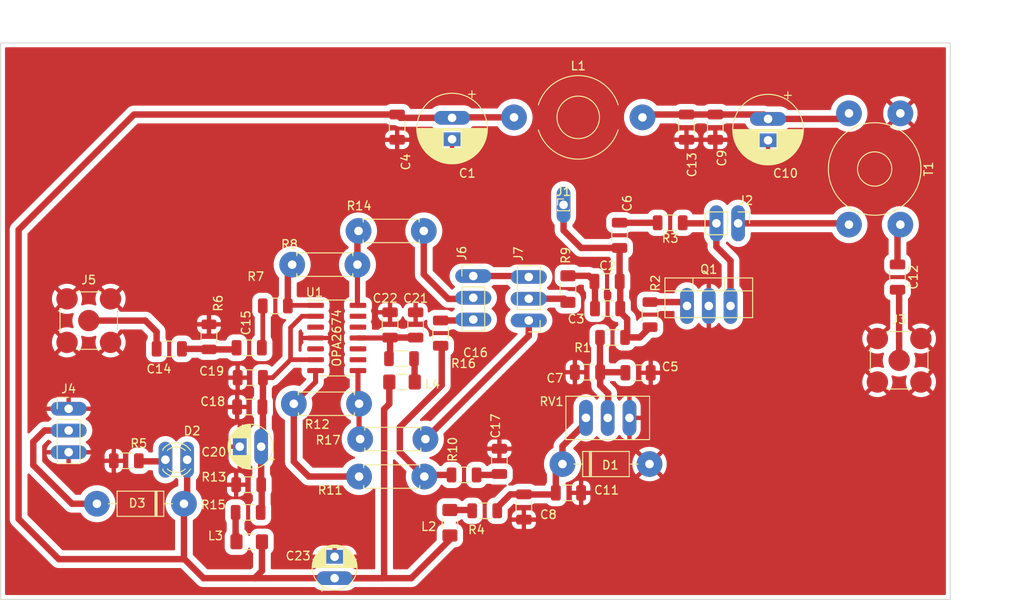
<source format=kicad_pcb>
(kicad_pcb (version 20211014) (generator pcbnew)
  (layers (0 "F.Cu" signal) (31 "B.Cu" signal) (34 "B.Paste" user) (35 "F.Paste" user) (36 "B.SilkS" user "B.Silkscreen") (37 "F.SilkS" user "F.Silkscreen") (38 "B.Mask" user) (39 "F.Mask" user) (44 "Edge.Cuts" user))
  (net 0 "")
  (net 1 "TX12V")
  (net 2 "GND")
  (net 3 "Net-(C2-Pad1)")
  (net 4 "PA_IN")
  (net 5 "Net-(C5-Pad1)")
  (net 6 "Net-(C6-Pad1)")
  (net 7 "Net-(C11-Pad1)")
  (net 8 "M2_12V")
  (net 9 "Net-(C12-Pad1)")
  (net 10 "Net-(C12-Pad2)")
  (net 11 "Net-(C14-Pad1)")
  (net 12 "Net-(C14-Pad2)")
  (net 13 "Net-(C15-Pad2)")
  (net 14 "Net-(C16-Pad2)")
  (net 15 "Net-(C17-Pad1)")
  (net 16 "U1_6V")
  (net 17 "U1_12V")
  (net 18 "Net-(D2-Pad1)")
  (net 19 "Net-(D3-Pad2)")
  (net 20 "Net-(J2-Pad1)")
  (net 21 "Net-(J2-Pad2)")
  (net 22 "Net-(J6-Pad1)")
  (net 23 "Net-(J6-Pad2)")
  (net 24 "Net-(J7-Pad2)")
  (net 25 "Net-(L2-Pad1)")
  (net 26 "Net-(L3-Pad1)")
  (net 27 "Net-(L4-Pad1)")
  (net 28 "Net-(Q1-Pad1)")
  (net 29 "Net-(R7-Pad2)")
  (net 30 "Net-(J7-Pad1)")
  (net 31 "Net-(R11-Pad2)")
  (net 32 "Net-(R12-Pad2)")
  (net 39 "Net-(C16-Pad1)")
  (net 40 "Net-(R8-Pad2)")
  (footprint "Capacitor_THT:CP_Radial_D5.0mm_P2.50mm" (layer "F.Cu") (at 112.8395 145.667613 90)
    (fp_text reference "C23" (at 2.602113 -4.2545) (layer "F.SilkS"))
    (fp_text value "100u")
    (pad "1" thru_hole oval (at 0 0 90) (size 1.6 4.2) (drill 1) (layers *.Cu *.Mask) (net 1 "TX12V"))
    (pad "2" thru_hole oval (at 2.5 0 90) (size 1.6 4.2) (drill 1) (layers *.Cu *.Mask) (net 2 "GND"))
  )
  (footprint "Inductor_THT:L_Toroid_Horizontal_D9.5mm_P15.00mm_Diameter10-5mm_Amidon-T37" (layer "F.Cu") (at 133.7875 91.821)
    (fp_text reference "L1" (at 7.5 -6.0125) (layer "F.SilkS"))
    (fp_text value "FT-37-43 (8T/60uH)")
    (pad "1" thru_hole circle (at 0 0) (size 3 3) (drill 1) (layers *.Cu *.Mask) (net 1 "TX12V"))
    (pad "2" thru_hole circle (at 15 0) (size 3 3) (drill 1) (layers *.Cu *.Mask) (net 8 "M2_12V"))
  )
  (footprint "Capacitor_SMD:C_1206_3216Metric" (layer "F.Cu") (at 93.5355 118.872)
    (fp_text reference "C14" (at -1.2065 2.3495) (layer "F.SilkS"))
    (fp_text value "100n")
    (pad "1" smd roundrect (at -1.475 0) (size 1.15 1.8) (layers "F.Cu" "F.Paste" "F.Mask") (roundrect_rratio 0.2173913043) (net 11 "Net-(C14-Pad1)"))
    (pad "2" smd roundrect (at 1.475 0) (size 1.15 1.8) (layers "F.Cu" "F.Paste" "F.Mask") (roundrect_rratio 0.2173913043) (net 12 "Net-(C14-Pad2)"))
  )
  (footprint "Capacitor_SMD:C_1206_3216Metric" (layer "F.Cu") (at 142.367 121.6025 180)
    (fp_text reference "C7" (at 3.81 -0.6985) (layer "F.SilkS"))
    (fp_text value "10n")
    (pad "1" smd roundrect (at -1.475 0 180) (size 1.15 1.8) (layers "F.Cu" "F.Paste" "F.Mask") (roundrect_rratio 0.2173913043) (net 5 "Net-(C5-Pad1)"))
    (pad "2" smd roundrect (at 1.475 0 180) (size 1.15 1.8) (layers "F.Cu" "F.Paste" "F.Mask") (roundrect_rratio 0.2173913043) (net 2 "GND"))
  )
  (footprint "Capacitor_SMD:C_1206_3216Metric" (layer "F.Cu") (at 122.301 116.078 90)
    (fp_text reference "C21" (at 3.1115 0 180) (layer "F.SilkS"))
    (fp_text value "10n")
    (pad "1" smd roundrect (at -1.475 0 90) (size 1.15 1.8) (layers "F.Cu" "F.Paste" "F.Mask") (roundrect_rratio 0.2173913043) (net 17 "U1_12V"))
    (pad "2" smd roundrect (at 1.475 0 90) (size 1.15 1.8) (layers "F.Cu" "F.Paste" "F.Mask") (roundrect_rratio 0.2173913043) (net 2 "GND"))
  )
  (footprint "Resistor_SMD:R_1206_3216Metric" (layer "F.Cu") (at 127.9525 133.604 180)
    (fp_text reference "R10" (at 1.3335 2.9845 270) (layer "F.SilkS"))
    (fp_text value "5.6R")
    (pad "1" smd roundrect (at -1.4625 0 180) (size 1.125 1.75) (layers "F.Cu" "F.Paste" "F.Mask") (roundrect_rratio 0.2222222222) (net 15 "Net-(C17-Pad1)"))
    (pad "2" smd roundrect (at 1.4625 0 180) (size 1.125 1.75) (layers "F.Cu" "F.Paste" "F.Mask") (roundrect_rratio 0.2222222222) (net 14 "Net-(C16-Pad2)"))
  )
  (footprint "Transformer_THT:Transformer_Toroid_Horizontal_D10.5mm_Amidon-T37" (layer "F.Cu") (at 172.895 91.3535 -90)
    (fp_text reference "T1" (at 6.5 -9.3 90) (layer "F.SilkS"))
    (fp_text value "FT37-47 1:4")
    (pad "1" thru_hole circle (at 0 0 270) (size 3 3) (drill 1) (layers *.Cu *.Mask) (net 8 "M2_12V"))
    (pad "2" thru_hole circle (at 13 0 270) (size 3 3) (drill 1) (layers *.Cu *.Mask) (net 20 "Net-(J2-Pad1)"))
    (pad "3" thru_hole circle (at 0 -6 270) (size 3 3) (drill 1) (layers *.Cu *.Mask) (net 2 "GND"))
    (pad "4" thru_hole circle (at 13 -6 270) (size 3 3) (drill 1) (layers *.Cu *.Mask) (net 9 "Net-(C12-Pad1)"))
  )
  (footprint "Connector_Coaxial:SMA_Amphenol_901-144_Vertical" (layer "F.Cu") (at 84.1375 115.57)
    (fp_text reference "J5" (at 0 -4.75) (layer "F.SilkS"))
    (fp_text value "RF_IN")
    (pad "1" smd circle (at 0 0) (size 2.5 2.5) (layers "F.Cu" "F.Paste" "F.Mask") (net 11 "Net-(C14-Pad1)"))
    (pad "2" smd circle (at -2.54 2.54) (size 2.5 2.5) (layers "F.Cu" "F.Paste" "F.Mask") (net 2 "GND"))
    (pad "2" smd circle (at 2.54 -2.54) (size 2.5 2.5) (layers "F.Cu" "F.Paste" "F.Mask") (net 2 "GND"))
    (pad "2" smd circle (at 2.54 2.54) (size 2.5 2.5) (layers "F.Cu" "F.Paste" "F.Mask") (net 2 "GND"))
    (pad "2" smd circle (at -2.54 -2.54) (size 2.5 2.5) (layers "F.Cu" "F.Paste" "F.Mask") (net 2 "GND"))
  )
  (footprint "Potentiometer_THT:Potentiometer_Bourns_3296W_Vertical" (layer "F.Cu") (at 147.2665 126.9365)
    (fp_text reference "RV1" (at -9.0905 -1.905) (layer "F.SilkS"))
    (fp_text value "10K")
    (pad "1" thru_hole oval (at 0 0) (size 1.6 4.2) (drill 1) (layers *.Cu *.Mask) (net 2 "GND"))
    (pad "2" thru_hole oval (at -2.54 0) (size 1.6 4.2) (drill 1) (layers *.Cu *.Mask) (net 5 "Net-(C5-Pad1)"))
    (pad "3" thru_hole oval (at -5.08 0) (size 1.6 4.2) (drill 1) (layers *.Cu *.Mask) (net 7 "Net-(C11-Pad1)"))
  )
  (footprint "Resistor_SMD:R_1206_3216Metric" (layer "F.Cu") (at 98.171 117.475 -90)
    (fp_text reference "R6" (at -3.937 -1.0795 90) (layer "F.SilkS"))
    (fp_text value "50")
    (pad "1" smd roundrect (at -1.4625 0 270) (size 1.125 1.75) (layers "F.Cu" "F.Paste" "F.Mask") (roundrect_rratio 0.2222222222) (net 2 "GND"))
    (pad "2" smd roundrect (at 1.4625 0 270) (size 1.125 1.75) (layers "F.Cu" "F.Paste" "F.Mask") (roundrect_rratio 0.2222222222) (net 12 "Net-(C14-Pad2)"))
  )
  (footprint "Resistor_SMD:R_1206_3216Metric" (layer "F.Cu") (at 102.8065 134.747 180)
    (fp_text reference "R13" (at 4.064 0.889) (layer "F.SilkS"))
    (fp_text value "1K")
    (pad "1" smd roundrect (at -1.4625 0 180) (size 1.125 1.75) (layers "F.Cu" "F.Paste" "F.Mask") (roundrect_rratio 0.2222222222) (net 16 "U1_6V"))
    (pad "2" smd roundrect (at 1.4625 0 180) (size 1.125 1.75) (layers "F.Cu" "F.Paste" "F.Mask") (roundrect_rratio 0.2222222222) (net 2 "GND"))
  )
  (footprint "Capacitor_SMD:C_1206_3216Metric" (layer "F.Cu") (at 119.3165 116.078 90)
    (fp_text reference "C22" (at 3.1115 -0.5715 180) (layer "F.SilkS"))
    (fp_text value "100n")
    (pad "1" smd roundrect (at -1.475 0 90) (size 1.15 1.8) (layers "F.Cu" "F.Paste" "F.Mask") (roundrect_rratio 0.2173913043) (net 17 "U1_12V"))
    (pad "2" smd roundrect (at 1.475 0 90) (size 1.15 1.8) (layers "F.Cu" "F.Paste" "F.Mask") (roundrect_rratio 0.2173913043) (net 2 "GND"))
  )
  (footprint "Capacitor_SMD:C_1206_3216Metric" (layer "F.Cu") (at 132.08 132.0165 90)
    (fp_text reference "C17" (at 4.1275 -0.4445 270) (layer "F.SilkS"))
    (fp_text value "100n")
    (pad "1" smd roundrect (at -1.475 0 90) (size 1.15 1.8) (layers "F.Cu" "F.Paste" "F.Mask") (roundrect_rratio 0.2173913043) (net 15 "Net-(C17-Pad1)"))
    (pad "2" smd roundrect (at 1.475 0 90) (size 1.15 1.8) (layers "F.Cu" "F.Paste" "F.Mask") (roundrect_rratio 0.2173913043) (net 2 "GND"))
  )
  (footprint "Capacitor_SMD:C_1206_3216Metric" (layer "F.Cu") (at 102.87 118.745)
    (fp_text reference "C15" (at -0.381 -2.921 90) (layer "F.SilkS"))
    (fp_text value "100n")
    (pad "1" smd roundrect (at -1.475 0) (size 1.15 1.8) (layers "F.Cu" "F.Paste" "F.Mask") (roundrect_rratio 0.2173913043) (net 12 "Net-(C14-Pad2)"))
    (pad "2" smd roundrect (at 1.475 0) (size 1.15 1.8) (layers "F.Cu" "F.Paste" "F.Mask") (roundrect_rratio 0.2173913043) (net 13 "Net-(C15-Pad2)"))
  )
  (footprint "Resistor_SMD:R_1206_3216Metric" (layer "F.Cu") (at 105.918 113.8555)
    (fp_text reference "R7" (at -2.286 -3.429) (layer "F.SilkS"))
    (fp_text value "100R")
    (pad "1" smd roundrect (at -1.4625 0) (size 1.125 1.75) (layers "F.Cu" "F.Paste" "F.Mask") (roundrect_rratio 0.2222222222) (net 13 "Net-(C15-Pad2)"))
    (pad "2" smd roundrect (at 1.4625 0) (size 1.125 1.75) (layers "F.Cu" "F.Paste" "F.Mask") (roundrect_rratio 0.2222222222) (net 29 "Net-(R7-Pad2)"))
  )
  (footprint "Capacitor_SMD:C_1206_3216Metric" (layer "F.Cu") (at 140.1445 135.6995)
    (fp_text reference "C11" (at 4.445 -0.3175) (layer "F.SilkS"))
    (fp_text value "10n")
    (pad "1" smd roundrect (at -1.475 0) (size 1.15 1.8) (layers "F.Cu" "F.Paste" "F.Mask") (roundrect_rratio 0.2173913043) (net 7 "Net-(C11-Pad1)"))
    (pad "2" smd roundrect (at 1.475 0) (size 1.15 1.8) (layers "F.Cu" "F.Paste" "F.Mask") (roundrect_rratio 0.2173913043) (net 2 "GND"))
  )
  (footprint "Connector_PinHeader_2.54mm:PinHeader_1x02_P2.54mm_Vertical" (layer "F.Cu") (at 159.9565 104.2035 -90)
    (fp_text reference "J2" (at -2.667 -0.889 180) (layer "F.SilkS"))
    (fp_text value "JMP")
    (pad "1" thru_hole oval (at 0 0 270) (size 4.2 1.6) (drill 1) (layers *.Cu *.Mask) (net 20 "Net-(J2-Pad1)"))
    (pad "2" thru_hole oval (at 0 2.54 270) (size 4.2 1.6) (drill 1) (layers *.Cu *.Mask) (net 21 "Net-(J2-Pad2)"))
  )
  (footprint "Resistor_SMD:R_1206_3216Metric" (layer "F.Cu") (at 130.3655 137.795)
    (fp_text reference "R4" (at -0.9525 2.2225) (layer "F.SilkS"))
    (fp_text value "1K")
    (pad "1" smd roundrect (at -1.4625 0) (size 1.125 1.75) (layers "F.Cu" "F.Paste" "F.Mask") (roundrect_rratio 0.2222222222) (net 25 "Net-(L2-Pad1)"))
    (pad "2" smd roundrect (at 1.4625 0) (size 1.125 1.75) (layers "F.Cu" "F.Paste" "F.Mask") (roundrect_rratio 0.2222222222) (net 7 "Net-(C11-Pad1)"))
  )
  (footprint "Resistor_THT:R_Axial_DIN0207_L6.3mm_D2.5mm_P7.62mm_Horizontal" (layer "F.Cu") (at 123.317 133.7945 180)
    (fp_text reference "R11" (at 10.9855 -1.5875 180) (layer "F.SilkS"))
    (fp_text value "100R")
    (pad "1" thru_hole circle (at 0 0 180) (size 3 3) (drill 1) (layers *.Cu *.Mask) (net 14 "Net-(C16-Pad2)"))
    (pad "2" thru_hole circle (at 7.62 0 180) (size 3 3) (drill 1) (layers *.Cu *.Mask) (net 31 "Net-(R11-Pad2)"))
  )
  (footprint "Resistor_SMD:R_1206_3216Metric" (layer "F.Cu") (at 152.021 104.14 180)
    (fp_text reference "R3" (at 0 -1.82) (layer "F.SilkS"))
    (fp_text value "220R")
    (pad "1" smd roundrect (at -1.4625 0 180) (size 1.125 1.75) (layers "F.Cu" "F.Paste" "F.Mask") (roundrect_rratio 0.2222222222) (net 21 "Net-(J2-Pad2)"))
    (pad "2" smd roundrect (at 1.4625 0 180) (size 1.125 1.75) (layers "F.Cu" "F.Paste" "F.Mask") (roundrect_rratio 0.2222222222) (net 6 "Net-(C6-Pad1)"))
  )
  (footprint "Inductor_SMD:L_1206_3216Metric_Pad1.42x1.75mm_HandSolder" (layer "F.Cu") (at 120.7135 122.7455 180)
    (fp_text reference "L4" (at -3.556 -0.254) (layer "F.SilkS"))
    (fp_text value "100u")
    (pad "1" smd roundrect (at -1.4875 0 180) (size 1.425 1.75) (layers "F.Cu" "F.Paste" "F.Mask") (roundrect_rratio 0.1754392982) (net 27 "Net-(L4-Pad1)"))
    (pad "2" smd roundrect (at 1.4875 0 180) (size 1.425 1.75) (layers "F.Cu" "F.Paste" "F.Mask") (roundrect_rratio 0.1754392982) (net 1 "TX12V"))
  )
  (footprint "Resistor_SMD:R_1206_3216Metric" (layer "F.Cu") (at 102.743 137.9855)
    (fp_text reference "R15" (at -4.064 -0.889) (layer "F.SilkS"))
    (fp_text value "1K")
    (pad "1" smd roundrect (at -1.4625 0) (size 1.125 1.75) (layers "F.Cu" "F.Paste" "F.Mask") (roundrect_rratio 0.2222222222) (net 26 "Net-(L3-Pad1)"))
    (pad "2" smd roundrect (at 1.4625 0) (size 1.125 1.75) (layers "F.Cu" "F.Paste" "F.Mask") (roundrect_rratio 0.2222222222) (net 16 "U1_6V"))
  )
  (footprint "LED_THT:LED_D3.0mm" (layer "F.Cu") (at 93.086 131.826)
    (fp_text reference "D2" (at 3.1115 -3.3655) (layer "F.SilkS"))
    (fp_text value "LED")
    (pad "1" thru_hole oval (at 0 0) (size 1.6 4.2) (drill 1) (layers *.Cu *.Mask) (net 18 "Net-(D2-Pad1)"))
    (pad "2" thru_hole oval (at 2.54 0) (size 1.6 4.2) (drill 1) (layers *.Cu *.Mask) (net 1 "TX12V"))
  )
  (footprint "Inductor_SMD:L_1206_3216Metric_Pad1.42x1.75mm_HandSolder" (layer "F.Cu") (at 102.87 141.4145)
    (fp_text reference "L3" (at -3.937 -0.6985) (layer "F.SilkS"))
    (fp_text value "100u")
    (pad "1" smd roundrect (at -1.4875 0) (size 1.425 1.75) (layers "F.Cu" "F.Paste" "F.Mask") (roundrect_rratio 0.1754392982) (net 26 "Net-(L3-Pad1)"))
    (pad "2" smd roundrect (at 1.4875 0) (size 1.425 1.75) (layers "F.Cu" "F.Paste" "F.Mask") (roundrect_rratio 0.1754392982) (net 1 "TX12V"))
  )
  (footprint "Capacitor_SMD:C_1206_3216Metric" (layer "F.Cu") (at 125.222 117.0305 -90)
    (fp_text reference "C16" (at 2.286 -4.064 180) (layer "F.SilkS"))
    (fp_text value "100n")
    (pad "1" smd roundrect (at -1.475 0 270) (size 1.15 1.8) (layers "F.Cu" "F.Paste" "F.Mask") (roundrect_rratio 0.2173913043) (net 39 "Net-(C16-Pad1)"))
    (pad "2" smd roundrect (at 1.475 0 270) (size 1.15 1.8) (layers "F.Cu" "F.Paste" "F.Mask") (roundrect_rratio 0.2173913043) (net 14 "Net-(C16-Pad2)"))
  )
  (footprint "Resistor_THT:R_Axial_DIN0207_L6.3mm_D2.5mm_P7.62mm_Horizontal" (layer "F.Cu") (at 108.077 125.2855)
    (fp_text reference "R12" (at 2.7305 2.413) (layer "F.SilkS"))
    (fp_text value "1K")
    (pad "1" thru_hole circle (at 0 0) (size 3 3) (drill 1) (layers *.Cu *.Mask) (net 31 "Net-(R11-Pad2)"))
    (pad "2" thru_hole circle (at 7.62 0) (size 3 3) (drill 1) (layers *.Cu *.Mask) (net 32 "Net-(R12-Pad2)"))
  )
  (footprint "Capacitor_THT:CP_Radial_D5.0mm_P2.50mm" (layer "F.Cu") (at 104.265613 130.302 180)
    (fp_text reference "C20" (at 5.5245 -0.635) (layer "F.SilkS"))
    (fp_text value "1u")
    (pad "1" thru_hole oval (at 0 0 180) (size 1.6 4.2) (drill 1) (layers *.Cu *.Mask) (net 16 "U1_6V"))
    (pad "2" thru_hole oval (at 2.5 0 180) (size 1.6 4.2) (drill 1) (layers *.Cu *.Mask) (net 2 "GND"))
  )
  (footprint "Diode_THT:D_DO-41_SOD81_P10.16mm_Horizontal" (layer "F.Cu") (at 95.25 136.9695 180)
    (fp_text reference "D3" (at 5.461 0.0635) (layer "F.SilkS"))
    (fp_text value "1N4001")
    (pad "1" thru_hole circle (at 0 0 180) (size 3 3) (drill 1) (layers *.Cu *.Mask) (net 1 "TX12V"))
    (pad "2" thru_hole circle (at 10.16 0 180) (size 3 3) (drill 1) (layers *.Cu *.Mask) (net 19 "Net-(D3-Pad2)"))
  )
  (footprint "Package_SO:SOIC-14_3.9x8.7mm_P1.27mm" (layer "F.Cu") (at 113.0935 117.602)
    (fp_text reference "U1" (at -2.6035 -5.334) (layer "F.SilkS"))
    (fp_text value "OPA2674" (at 0 0 90) (layer "F.SilkS"))
    (pad "1" smd roundrect (at -2.475 -3.81) (size 1.95 0.6) (layers "F.Cu" "F.Paste" "F.Mask") (net 29 "Net-(R7-Pad2)"))
    (pad "2" smd roundrect (at -2.475 -2.54) (size 1.95 0.6) (layers "F.Cu" "F.Paste" "F.Mask") (net 16 "U1_6V"))
    (pad "3" smd roundrect (at -2.475 -1.27) (size 1.95 0.6) (layers "F.Cu" "F.Paste" "F.Mask"))
    (pad "4" smd roundrect (at -2.475 0) (size 1.95 0.6) (layers "F.Cu" "F.Paste" "F.Mask") (net 2 "GND"))
    (pad "5" smd roundrect (at -2.475 1.27) (size 1.95 0.6) (layers "F.Cu" "F.Paste" "F.Mask"))
    (pad "6" smd roundrect (at -2.475 2.54) (size 1.95 0.6) (layers "F.Cu" "F.Paste" "F.Mask") (net 16 "U1_6V"))
    (pad "7" smd roundrect (at -2.475 3.81) (size 1.95 0.6) (layers "F.Cu" "F.Paste" "F.Mask") (net 31 "Net-(R11-Pad2)"))
    (pad "8" smd roundrect (at 2.475 3.81) (size 1.95 0.6) (layers "F.Cu" "F.Paste" "F.Mask") (net 32 "Net-(R12-Pad2)"))
    (pad "9" smd roundrect (at 2.475 2.54) (size 1.95 0.6) (layers "F.Cu" "F.Paste" "F.Mask"))
    (pad "10" smd roundrect (at 2.475 1.27) (size 1.95 0.6) (layers "F.Cu" "F.Paste" "F.Mask"))
    (pad "11" smd roundrect (at 2.475 0) (size 1.95 0.6) (layers "F.Cu" "F.Paste" "F.Mask") (net 17 "U1_12V"))
    (pad "12" smd roundrect (at 2.475 -1.27) (size 1.95 0.6) (layers "F.Cu" "F.Paste" "F.Mask"))
    (pad "13" smd roundrect (at 2.475 -2.54) (size 1.95 0.6) (layers "F.Cu" "F.Paste" "F.Mask"))
    (pad "14" smd roundrect (at 2.475 -3.81) (size 1.95 0.6) (layers "F.Cu" "F.Paste" "F.Mask") (net 40 "Net-(R8-Pad2)"))
  )
  (footprint "Connector_Coaxial:SMA_Amphenol_901-144_Vertical" (layer "F.Cu") (at 178.7525 120.2055)
    (fp_text reference "J3" (at 0 -4.75) (layer "F.SilkS"))
    (fp_text value "RF_OUT")
    (pad "1" smd circle (at 0 0) (size 2.5 2.5) (layers "F.Cu" "F.Paste" "F.Mask") (net 10 "Net-(C12-Pad2)"))
    (pad "2" smd circle (at -2.54 -2.54) (size 2.5 2.5) (layers "F.Cu" "F.Paste" "F.Mask") (net 2 "GND"))
    (pad "2" smd circle (at 2.54 2.54) (size 2.5 2.5) (layers "F.Cu" "F.Paste" "F.Mask") (net 2 "GND"))
    (pad "2" smd circle (at 2.54 -2.54) (size 2.5 2.5) (layers "F.Cu" "F.Paste" "F.Mask") (net 2 "GND"))
    (pad "2" smd circle (at -2.54 2.54) (size 2.5 2.5) (layers "F.Cu" "F.Paste" "F.Mask") (net 2 "GND"))
  )
  (footprint "Capacitor_SMD:C_1206_3216Metric" (layer "F.Cu") (at 146.1135 105.6005 -90)
    (fp_text reference "C6" (at -3.7465 -0.889 90) (layer "F.SilkS"))
    (fp_text value "100n")
    (pad "1" smd roundrect (at -1.475 0 270) (size 1.15 1.8) (layers "F.Cu" "F.Paste" "F.Mask") (roundrect_rratio 0.2173913043) (net 6 "Net-(C6-Pad1)"))
    (pad "2" smd roundrect (at 1.475 0 270) (size 1.15 1.8) (layers "F.Cu" "F.Paste" "F.Mask") (roundrect_rratio 0.2173913043) (net 3 "Net-(C2-Pad1)"))
  )
  (footprint "Resistor_THT:R_Axial_DIN0207_L6.3mm_D2.5mm_P7.62mm_Horizontal" (layer "F.Cu") (at 107.8865 109.0295)
    (fp_text reference "R8" (at -0.3175 -2.37) (layer "F.SilkS"))
    (fp_text value "1K")
    (pad "1" thru_hole circle (at 0 0) (size 3 3) (drill 1) (layers *.Cu *.Mask) (net 29 "Net-(R7-Pad2)"))
    (pad "2" thru_hole circle (at 7.62 0) (size 3 3) (drill 1) (layers *.Cu *.Mask) (net 40 "Net-(R8-Pad2)"))
  )
  (footprint "Custom_RF:TO-220-3" (layer "F.Cu") (at 153.9875 113.8555)
    (fp_text reference "Q1" (at 2.54 -4.27) (layer "F.SilkS"))
    (fp_text value "RD16HHF1")
    (pad "1" thru_hole oval (at 0 0) (size 1.6 4.2) (drill 1) (layers *.Cu *.Mask) (net 28 "Net-(Q1-Pad1)"))
    (pad "2" thru_hole oval (at 2.54 0) (size 1.6 4.2) (drill 1) (layers *.Cu *.Mask) (net 2 "GND"))
    (pad "3" thru_hole oval (at 5.08 0) (size 1.6 4.2) (drill 1) (layers *.Cu *.Mask) (net 21 "Net-(J2-Pad2)"))
  )
  (footprint "Capacitor_SMD:C_1206_3216Metric" (layer "F.Cu") (at 102.9335 125.6665 180)
    (fp_text reference "C18" (at 4.318 0.635) (layer "F.SilkS"))
    (fp_text value "10n")
    (pad "1" smd roundrect (at -1.475 0 180) (size 1.15 1.8) (layers "F.Cu" "F.Paste" "F.Mask") (roundrect_rratio 0.2173913043) (net 16 "U1_6V"))
    (pad "2" smd roundrect (at 1.475 0 180) (size 1.15 1.8) (layers "F.Cu" "F.Paste" "F.Mask") (roundrect_rratio 0.2173913043) (net 2 "GND"))
  )
  (footprint "Capacitor_SMD:C_1206_3216Metric" (layer "F.Cu") (at 102.997 122.2375 180)
    (fp_text reference "C19" (at 4.5085 0.762) (layer "F.SilkS"))
    (fp_text value "100n")
    (pad "1" smd roundrect (at -1.475 0 180) (size 1.15 1.8) (layers "F.Cu" "F.Paste" "F.Mask") (roundrect_rratio 0.2173913043) (net 16 "U1_6V"))
    (pad "2" smd roundrect (at 1.475 0 180) (size 1.15 1.8) (layers "F.Cu" "F.Paste" "F.Mask") (roundrect_rratio 0.2173913043) (net 2 "GND"))
  )
  (footprint "Diode_THT:D_DO-41_SOD81_P10.16mm_Horizontal" (layer "F.Cu") (at 139.446 132.334)
    (fp_text reference "D1" (at 5.588 0.127) (layer "F.SilkS"))
    (fp_text value "1N4733A")
    (pad "1" thru_hole circle (at 0 0) (size 3 3) (drill 1) (layers *.Cu *.Mask) (net 7 "Net-(C11-Pad1)"))
    (pad "2" thru_hole circle (at 10.16 0) (size 3 3) (drill 1) (layers *.Cu *.Mask) (net 2 "GND"))
  )
  (footprint "Connector_PinHeader_1.00mm:PinHeader_1x01_P1.00mm_Vertical" (layer "F.Cu") (at 139.573 102.0445)
    (fp_text reference "J1" (at 0 -1.56) (layer "F.SilkS"))
    (fp_text value "Conn_01x01")
    (pad "1" thru_hole oval (at 0 0) (size 1.6 4.2) (drill 1) (layers *.Cu *.Mask) (net 3 "Net-(C2-Pad1)"))
  )
  (footprint "Resistor_SMD:R_1206_3216Metric_Pad1.30x1.75mm_HandSolder" (layer "F.Cu") (at 140.081 111.887 90)
    (fp_text reference "R9" (at 3.937 -0.254 270) (layer "F.SilkS"))
    (fp_text value "5.6R")
    (pad "1" smd roundrect (at -1.55 0 90) (size 1.3 1.75) (layers "F.Cu" "F.Paste" "F.Mask") (roundrect_rratio 0.1923076923) (net 24 "Net-(J7-Pad2)"))
    (pad "2" smd roundrect (at 1.55 0 90) (size 1.3 1.75) (layers "F.Cu" "F.Paste" "F.Mask") (roundrect_rratio 0.1923076923) (net 4 "PA_IN"))
  )
  (footprint "Resistor_THT:R_Axial_DIN0207_L6.3mm_D2.5mm_P7.62mm_Horizontal" (layer "F.Cu") (at 115.824 129.413)
    (fp_text reference "R17" (at -3.7465 0.127) (layer "F.SilkS"))
    (fp_text value "0R")
    (pad "1" thru_hole circle (at 0 0) (size 3 3) (drill 1) (layers *.Cu *.Mask) (net 32 "Net-(R12-Pad2)"))
    (pad "2" thru_hole circle (at 7.62 0) (size 3 3) (drill 1) (layers *.Cu *.Mask) (net 30 "Net-(J7-Pad1)"))
  )
  (footprint "Capacitor_SMD:C_1206_3216Metric" (layer "F.Cu") (at 120.142 92.964 -90)
    (fp_text reference "C4" (at 4.064 -1.016 90) (layer "F.SilkS"))
    (fp_text value "100n")
    (pad "1" smd roundrect (at -1.475 0 270) (size 1.15 1.8) (layers "F.Cu" "F.Paste" "F.Mask") (roundrect_rratio 0.2173913043) (net 1 "TX12V"))
    (pad "2" smd roundrect (at 1.475 0 270) (size 1.15 1.8) (layers "F.Cu" "F.Paste" "F.Mask") (roundrect_rratio 0.2173913043) (net 2 "GND"))
  )
  (footprint "Capacitor_THT:CP_Radial_D8.0mm_P2.50mm" (layer "F.Cu") (at 126.5555 91.874849 -90)
    (fp_text reference "C1" (at 6.477 -1.778 180) (layer "F.SilkS"))
    (fp_text value "100u")
    (pad "1" thru_hole oval (at 0 0 270) (size 1.6 4.2) (drill 1) (layers *.Cu *.Mask) (net 1 "TX12V"))
    (pad "2" thru_hole oval (at 2.5 0 270) (size 1.6 4.2) (drill 1) (layers *.Cu *.Mask) (net 2 "GND"))
  )
  (footprint "Resistor_SMD:R_1206_3216Metric" (layer "F.Cu") (at 145.288 117.5385)
    (fp_text reference "R1" (at -3.4925 1.2065 180) (layer "F.SilkS"))
    (fp_text value "100R")
    (pad "1" smd roundrect (at -1.4625 0) (size 1.125 1.75) (layers "F.Cu" "F.Paste" "F.Mask") (roundrect_rratio 0.2222222222) (net 5 "Net-(C5-Pad1)"))
    (pad "2" smd roundrect (at 1.4625 0) (size 1.125 1.75) (layers "F.Cu" "F.Paste" "F.Mask") (roundrect_rratio 0.2222222222) (net 3 "Net-(C2-Pad1)"))
  )
  (footprint "Capacitor_SMD:C_1206_3216Metric" (layer "F.Cu") (at 157.2895 92.964 -90)
    (fp_text reference "C9" (at 3.6195 -0.762 90) (layer "F.SilkS"))
    (fp_text value "10n")
    (pad "1" smd roundrect (at -1.475 0 270) (size 1.15 1.8) (layers "F.Cu" "F.Paste" "F.Mask") (roundrect_rratio 0.2173913043) (net 8 "M2_12V"))
    (pad "2" smd roundrect (at 1.475 0 270) (size 1.15 1.8) (layers "F.Cu" "F.Paste" "F.Mask") (roundrect_rratio 0.2173913043) (net 2 "GND"))
  )
  (footprint "Inductor_SMD:L_1206_3216Metric_Pad1.42x1.75mm_HandSolder" (layer "F.Cu") (at 126.3015 139.192 -90)
    (fp_text reference "L2" (at 0.4445 2.4765 180) (layer "F.SilkS"))
    (fp_text value "100u")
    (pad "1" smd roundrect (at -1.4875 0 270) (size 1.425 1.75) (layers "F.Cu" "F.Paste" "F.Mask") (roundrect_rratio 0.1754392982) (net 25 "Net-(L2-Pad1)"))
    (pad "2" smd roundrect (at 1.4875 0 270) (size 1.425 1.75) (layers "F.Cu" "F.Paste" "F.Mask") (roundrect_rratio 0.1754392982) (net 1 "TX12V"))
  )
  (footprint "Capacitor_THT:CP_Radial_D8.0mm_P2.50mm" (layer "F.Cu") (at 163.449 92.001849 -90)
    (fp_text reference "C10" (at 6.359651 -2.032 180) (layer "F.SilkS"))
    (fp_text value "470u")
    (pad "1" thru_hole oval (at 0 0 270) (size 1.6 4.2) (drill 1) (layers *.Cu *.Mask) (net 8 "M2_12V"))
    (pad "2" thru_hole oval (at 2.5 0 270) (size 1.6 4.2) (drill 1) (layers *.Cu *.Mask) (net 2 "GND"))
  )
  (footprint "Resistor_SMD:R_1206_3216Metric" (layer "F.Cu") (at 88.519 131.953 180)
    (fp_text reference "R5" (at -1.4605 2.032) (layer "F.SilkS"))
    (fp_text value "200R")
    (pad "1" smd roundrect (at -1.4625 0 180) (size 1.125 1.75) (layers "F.Cu" "F.Paste" "F.Mask") (roundrect_rratio 0.2222222222) (net 18 "Net-(D2-Pad1)"))
    (pad "2" smd roundrect (at 1.4625 0 180) (size 1.125 1.75) (layers "F.Cu" "F.Paste" "F.Mask") (roundrect_rratio 0.2222222222) (net 2 "GND"))
  )
  (footprint "Resistor_SMD:R_1206_3216Metric" (layer "F.Cu") (at 149.6695 114.8715 -90)
    (fp_text reference "R2" (at -3.683 -0.635 90) (layer "F.SilkS"))
    (fp_text value "1R")
    (pad "1" smd roundrect (at -1.4625 0 270) (size 1.125 1.75) (layers "F.Cu" "F.Paste" "F.Mask") (roundrect_rratio 0.2222222222) (net 28 "Net-(Q1-Pad1)"))
    (pad "2" smd roundrect (at 1.4625 0 270) (size 1.125 1.75) (layers "F.Cu" "F.Paste" "F.Mask") (roundrect_rratio 0.2222222222) (net 3 "Net-(C2-Pad1)"))
  )
  (footprint "Capacitor_SMD:C_1206_3216Metric" (layer "F.Cu") (at 134.9375 137.3505 -90)
    (fp_text reference "C8" (at 0.889 -2.8575 180) (layer "F.SilkS"))
    (fp_text value "100n")
    (pad "1" smd roundrect (at -1.475 0 270) (size 1.15 1.8) (layers "F.Cu" "F.Paste" "F.Mask") (roundrect_rratio 0.2173913043) (net 7 "Net-(C11-Pad1)"))
    (pad "2" smd roundrect (at 1.475 0 270) (size 1.15 1.8) (layers "F.Cu" "F.Paste" "F.Mask") (roundrect_rratio 0.2173913043) (net 2 "GND"))
  )
  (footprint "Capacitor_SMD:C_1206_3216Metric" (layer "F.Cu") (at 178.562 110.49 -90)
    (fp_text reference "C12" (at 0 -1.85 90) (layer "F.SilkS"))
    (fp_text value "100n")
    (pad "1" smd roundrect (at -1.475 0 270) (size 1.15 1.8) (layers "F.Cu" "F.Paste" "F.Mask") (roundrect_rratio 0.2173913043) (net 9 "Net-(C12-Pad1)"))
    (pad "2" smd roundrect (at 1.475 0 270) (size 1.15 1.8) (layers "F.Cu" "F.Paste" "F.Mask") (roundrect_rratio 0.2173913043) (net 10 "Net-(C12-Pad2)"))
  )
  (footprint "Connector_PinHeader_2.54mm:PinHeader_1x03_P2.54mm_Vertical" (layer "F.Cu") (at 81.788 125.872)
    (fp_text reference "J4" (at 0 -2.33) (layer "F.SilkS"))
    (fp_text value "PWR")
    (pad "1" thru_hole oval (at 0 0) (size 4.2 1.6) (drill 1) (layers *.Cu *.Mask) (net 2 "GND"))
    (pad "2" thru_hole oval (at 0 2.54) (size 4.2 1.6) (drill 1) (layers *.Cu *.Mask) (net 19 "Net-(D3-Pad2)"))
    (pad "3" thru_hole oval (at 0 5.08) (size 4.2 1.6) (drill 1) (layers *.Cu *.Mask) (net 2 "GND"))
  )
  (footprint "Capacitor_SMD:C_1206_3216Metric" (layer "F.Cu") (at 144.653 110.998 180)
    (fp_text reference "C2" (at -0.0635 1.8415) (layer "F.SilkS"))
    (fp_text value "1u")
    (pad "1" smd roundrect (at -1.475 0 180) (size 1.15 1.8) (layers "F.Cu" "F.Paste" "F.Mask") (roundrect_rratio 0.2173913043) (net 3 "Net-(C2-Pad1)"))
    (pad "2" smd roundrect (at 1.475 0 180) (size 1.15 1.8) (layers "F.Cu" "F.Paste" "F.Mask") (roundrect_rratio 0.2173913043) (net 4 "PA_IN"))
  )
  (footprint "Connector_PinHeader_2.54mm:PinHeader_1x03_P2.54mm_Vertical" (layer "F.Cu") (at 129.032 110.363)
    (fp_text reference "J6" (at -1.3335 -2.667 90) (layer "F.SilkS"))
    (fp_text value "JMP")
    (pad "1" thru_hole oval (at 0 0) (size 4.2 1.6) (drill 1) (layers *.Cu *.Mask) (net 22 "Net-(J6-Pad1)"))
    (pad "2" thru_hole oval (at 0 2.54) (size 4.2 1.6) (drill 1) (layers *.Cu *.Mask) (net 23 "Net-(J6-Pad2)"))
    (pad "3" thru_hole oval (at 0 5.08) (size 4.2 1.6) (drill 1) (layers *.Cu *.Mask) (net 39 "Net-(C16-Pad1)"))
  )
  (footprint "Capacitor_SMD:C_1206_3216Metric" (layer "F.Cu") (at 144.7165 114.173 180)
    (fp_text reference "C3" (at 3.683 -1.2065) (layer "F.SilkS"))
    (fp_text value "100n")
    (pad "1" smd roundrect (at -1.475 0 180) (size 1.15 1.8) (layers "F.Cu" "F.Paste" "F.Mask") (roundrect_rratio 0.2173913043) (net 3 "Net-(C2-Pad1)"))
    (pad "2" smd roundrect (at 1.475 0 180) (size 1.15 1.8) (layers "F.Cu" "F.Paste" "F.Mask") (roundrect_rratio 0.2173913043) (net 4 "PA_IN"))
  )
  (footprint "Connector_PinHeader_2.54mm:PinHeader_1x03_P2.54mm_Vertical" (layer "F.Cu") (at 135.509 115.555 180)
    (fp_text reference "J7" (at 1.2065 7.7955 90) (layer "F.SilkS"))
    (fp_text value "JMP")
    (pad "1" thru_hole oval (at 0 0 180) (size 4.2 1.6) (drill 1) (layers *.Cu *.Mask) (net 30 "Net-(J7-Pad1)"))
    (pad "2" thru_hole oval (at 0 2.54 180) (size 4.2 1.6) (drill 1) (layers *.Cu *.Mask) (net 24 "Net-(J7-Pad2)"))
    (pad "3" thru_hole oval (at 0 5.08 180) (size 4.2 1.6) (drill 1) (layers *.Cu *.Mask) (net 22 "Net-(J6-Pad1)"))
  )
  (footprint "Resistor_THT:R_Axial_DIN0207_L6.3mm_D2.5mm_P7.62mm_Horizontal" (layer "F.Cu") (at 115.6335 105.0925)
    (fp_text reference "R14" (at 0.0635 -2.921) (layer "F.SilkS"))
    (fp_text value "0R")
    (pad "1" thru_hole circle (at 0 0) (size 3 3) (drill 1) (layers *.Cu *.Mask) (net 40 "Net-(R8-Pad2)"))
    (pad "2" thru_hole circle (at 7.62 0) (size 3 3) (drill 1) (layers *.Cu *.Mask) (net 23 "Net-(J6-Pad2)"))
  )
  (footprint "Capacitor_SMD:C_1206_3216Metric" (layer "F.Cu") (at 153.924 92.964 -90)
    (fp_text reference "C13" (at 4.396 -0.635 90) (layer "F.SilkS"))
    (fp_text value "100n")
    (pad "1" smd roundrect (at -1.475 0 270) (size 1.15 1.8) (layers "F.Cu" "F.Paste" "F.Mask") (roundrect_rratio 0.2173913043) (net 8 "M2_12V"))
    (pad "2" smd roundrect (at 1.475 0 270) (size 1.15 1.8) (layers "F.Cu" "F.Paste" "F.Mask") (roundrect_rratio 0.2173913043) (net 2 "GND"))
  )
  (footprint "Resistor_SMD:R_1206_3216Metric" (layer "F.Cu") (at 120.65 120.015 180)
    (fp_text reference "R16" (at -7.239 -0.5715 180) (layer "F.SilkS"))
    (fp_text value "5.6R")
    (pad "1" smd roundrect (at -1.4625 0 180) (size 1.125 1.75) (layers "F.Cu" "F.Paste" "F.Mask") (roundrect_rratio 0.2222222222) (net 27 "Net-(L4-Pad1)"))
    (pad "2" smd roundrect (at 1.4625 0 180) (size 1.125 1.75) (layers "F.Cu" "F.Paste" "F.Mask") (roundrect_rratio 0.2222222222) (net 17 "U1_12V"))
  )
  (footprint "Capacitor_SMD:C_1206_3216Metric" (layer "F.Cu") (at 148.2725 121.666)
    (fp_text reference "C5" (at 3.7465 -0.6985) (layer "F.SilkS"))
    (fp_text value "100n")
    (pad "1" smd roundrect (at -1.475 0) (size 1.15 1.8) (layers "F.Cu" "F.Paste" "F.Mask") (roundrect_rratio 0.2173913043) (net 5 "Net-(C5-Pad1)"))
    (pad "2" smd roundrect (at 1.475 0) (size 1.15 1.8) (layers "F.Cu" "F.Paste" "F.Mask") (roundrect_rratio 0.2173913043) (net 2 "GND"))
  )
  (gr_rect (start 73.8505 83.1215) (end 184.7215 148.1455) (layer "Edge.Cuts") (width 0.1) (fill none))
  (segment (start 117.981613 145.667613) (end 117.983 145.669) (width 0.75) (layer "F.Cu") (net 1))
  (segment (start 119.226 125.3125) (end 118.618 125.9205) (width 0.75) (layer "F.Cu") (net 1))
  (segment (start 89.4225 91.489) (end 75.946 104.9655) (width 0.75) (layer "F.Cu") (net 1))
  (segment (start 75.946 138.7475) (end 80.645 143.4465) (width 0.75) (layer "F.Cu") (net 1))
  (segment (start 118.618 145.415) (end 118.364 145.669) (width 0.75) (layer "F.Cu") (net 1))
  (segment (start 118.618 125.9205) (end 118.618 145.415) (width 0.75) (layer "F.Cu") (net 1))
  (segment (start 126.5555 91.874849) (end 120.527849 91.874849) (width 0.75) (layer "F.Cu") (net 1))
  (segment (start 95.25 143.383) (end 97.536 145.669) (width 0.75) (layer "F.Cu") (net 1))
  (segment (start 112.8395 145.667613) (end 117.981613 145.667613) (width 0.75) (layer "F.Cu") (net 1))
  (segment (start 104.3575 144.8165) (end 104.3575 141.4145) (width 0.75) (layer "F.Cu") (net 1))
  (segment (start 120.142 91.489) (end 89.4225 91.489) (width 0.75) (layer "F.Cu") (net 1))
  (segment (start 117.983 145.669) (end 103.505 145.669) (width 0.75) (layer "F.Cu") (net 1))
  (segment (start 120.527849 91.874849) (end 120.142 91.489) (width 0.75) (layer "F.Cu") (net 1))
  (segment (start 126.3015 140.6795) (end 126.3015 141.1605) (width 0.75) (layer "F.Cu") (net 1))
  (segment (start 80.645 143.4465) (end 95.1865 143.4465) (width 0.75) (layer "F.Cu") (net 1))
  (segment (start 121.793 145.669) (end 118.364 145.669) (width 0.75) (layer "F.Cu") (net 1))
  (segment (start 118.364 145.669) (end 117.983 145.669) (width 0.75) (layer "F.Cu") (net 1))
  (segment (start 103.505 145.669) (end 104.3575 144.8165) (width 0.75) (layer "F.Cu") (net 1))
  (segment (start 95.626 136.52) (end 95.6945 136.5885) (width 0.75) (layer "F.Cu") (net 1))
  (segment (start 95.25 136.9695) (end 95.25 143.383) (width 0.75) (layer "F.Cu") (net 1))
  (segment (start 133.7875 91.821) (end 126.609349 91.821) (width 0.75) (layer "F.Cu") (net 1))
  (segment (start 75.946 104.9655) (end 75.946 138.7475) (width 0.75) (layer "F.Cu") (net 1))
  (segment (start 119.226 122.682) (end 119.226 125.3125) (width 0.75) (layer "F.Cu") (net 1))
  (segment (start 95.626 131.826) (end 95.626 136.52) (width 0.75) (layer "F.Cu") (net 1))
  (segment (start 95.1865 143.4465) (end 95.25 143.383) (width 0.75) (layer "F.Cu") (net 1))
  (segment (start 97.536 145.669) (end 103.505 145.669) (width 0.75) (layer "F.Cu") (net 1))
  (segment (start 126.609349 91.821) (end 126.5555 91.874849) (width 0.75) (layer "F.Cu") (net 1))
  (segment (start 126.3015 141.1605) (end 121.793 145.669) (width 0.75) (layer "F.Cu") (net 1))
  (segment (start 141.6195 107.0755) (end 139.573 105.029) (width 0.75) (layer "F.Cu") (net 3))
  (segment (start 146.1915 114.173) (end 146.1915 111.0615) (width 0.75) (layer "F.Cu") (net 3))
  (segment (start 146.1915 114.173) (end 146.1915 114.5685) (width 0.75) (layer "F.Cu") (net 3))
  (segment (start 146.1915 114.5685) (end 147.0025 115.3795) (width 0.75) (layer "F.Cu") (net 3))
  (segment (start 146.1135 107.0755) (end 146.1135 110.9835) (width 0.75) (layer "F.Cu") (net 3))
  (segment (start 146.7505 117.5385) (end 148.465 117.5385) (width 0.75) (layer "F.Cu") (net 3))
  (segment (start 147.0025 115.3795) (end 147.0025 117.2865) (width 0.75) (layer "F.Cu") (net 3))
  (segment (start 146.1135 110.9835) (end 146.128 110.998) (width 0.75) (layer "F.Cu") (net 3))
  (segment (start 146.1135 107.0755) (end 141.6195 107.0755) (width 0.75) (layer "F.Cu") (net 3))
  (segment (start 148.465 117.5385) (end 149.6695 116.334) (width 0.75) (layer "F.Cu") (net 3))
  (segment (start 146.1915 111.0615) (end 146.128 110.998) (width 0.75) (layer "F.Cu") (net 3))
  (segment (start 139.573 105.029) (end 139.573 102.0445) (width 0.75) (layer "F.Cu") (net 3))
  (segment (start 147.0025 117.2865) (end 146.7505 117.5385) (width 0.75) (layer "F.Cu") (net 3))
  (segment (start 140.081 110.337) (end 142.517 110.337) (width 0.75) (layer "F.Cu") (net 4))
  (segment (start 143.2415 114.173) (end 143.2415 111.0615) (width 0.75) (layer "F.Cu") (net 4))
  (segment (start 143.2415 111.0615) (end 143.178 110.998) (width 0.75) (layer "F.Cu") (net 4))
  (segment (start 142.517 110.337) (end 143.178 110.998) (width 0.75) (layer "F.Cu") (net 4))
  (segment (start 143.842 123.141) (end 144.78 124.079) (width 0.75) (layer "F.Cu") (net 5))
  (segment (start 143.8255 117.5385) (end 143.8255 121.586) (width 0.75) (layer "F.Cu") (net 5))
  (segment (start 144.78 124.079) (end 144.78 126.883) (width 0.75) (layer "F.Cu") (net 5))
  (segment (start 143.842 121.6025) (end 143.842 123.141) (width 0.75) (layer "F.Cu") (net 5))
  (segment (start 143.8255 121.586) (end 143.842 121.6025) (width 0.75) (layer "F.Cu") (net 5))
  (segment (start 146.734 121.6025) (end 146.7975 121.666) (width 0.75) (layer "F.Cu") (net 5))
  (segment (start 143.842 121.6025) (end 146.734 121.6025) (width 0.75) (layer "F.Cu") (net 5))
  (segment (start 144.78 126.883) (end 144.7265 126.9365) (width 0.75) (layer "F.Cu") (net 5))
  (segment (start 150.5585 104.14) (end 146.128 104.14) (width 0.75) (layer "F.Cu") (net 6))
  (segment (start 146.128 104.14) (end 146.1135 104.1255) (width 0.75) (layer "F.Cu") (net 6))
  (segment (start 139.446 132.334) (end 139.446 130.2485) (width 0.75) (layer "F.Cu") (net 7))
  (segment (start 134.952 135.89) (end 138.479 135.89) (width 0.75) (layer "F.Cu") (net 7))
  (segment (start 138.479 135.89) (end 138.6695 135.6995) (width 0.75) (layer "F.Cu") (net 7))
  (segment (start 131.828 137.795) (end 131.828 137.412) (width 0.75) (layer "F.Cu") (net 7))
  (segment (start 131.828 137.412) (end 133.3645 135.8755) (width 0.75) (layer "F.Cu") (net 7))
  (segment (start 133.3645 135.8755) (end 134.9375 135.8755) (width 0.75) (layer "F.Cu") (net 7))
  (segment (start 138.6695 133.1105) (end 139.446 132.334) (width 0.75) (layer "F.Cu") (net 7))
  (segment (start 138.6695 135.6995) (end 138.6695 133.1105) (width 0.75) (layer "F.Cu") (net 7))
  (segment (start 134.9375 135.8755) (end 134.952 135.89) (width 0.75) (layer "F.Cu") (net 7))
  (segment (start 139.446 130.2485) (end 142.1865 127.508) (width 0.75) (layer "F.Cu") (net 7))
  (segment (start 162.936151 91.489) (end 163.449 92.001849) (width 0.75) (layer "F.Cu") (net 8))
  (segment (start 157.2895 91.489) (end 162.936151 91.489) (width 0.75) (layer "F.Cu") (net 8))
  (segment (start 153.924 91.489) (end 157.2895 91.489) (width 0.75) (layer "F.Cu") (net 8))
  (segment (start 172.246651 92.001849) (end 172.895 91.3535) (width 0.75) (layer "F.Cu") (net 8))
  (segment (start 149.1195 91.489) (end 148.7875 91.821) (width 0.75) (layer "F.Cu") (net 8))
  (segment (start 163.449 92.001849) (end 172.246651 92.001849) (width 0.75) (layer "F.Cu") (net 8))
  (segment (start 153.924 91.489) (end 149.1195 91.489) (width 0.75) (layer "F.Cu") (net 8))
  (segment (start 178.562 104.6865) (end 178.895 104.3535) (width 0.75) (layer "F.Cu") (net 9))
  (segment (start 178.562 109.015) (end 178.562 104.6865) (width 0.75) (layer "F.Cu") (net 9))
  (segment (start 178.562 111.965) (end 178.7525 112.1555) (width 0.75) (layer "F.Cu") (net 10))
  (segment (start 178.7525 112.1555) (end 178.7525 120.2055) (width 0.75) (layer "F.Cu") (net 10))
  (segment (start 90.7415 115.57) (end 92.0605 116.889) (width 0.75) (layer "F.Cu") (net 11))
  (segment (start 92.0605 116.889) (end 92.0605 118.872) (width 0.75) (layer "F.Cu") (net 11))
  (segment (start 84.1375 115.57) (end 90.7415 115.57) (width 0.75) (layer "F.Cu") (net 11))
  (segment (start 95.0105 118.872) (end 98.1055 118.872) (width 0.75) (layer "F.Cu") (net 12))
  (segment (start 98.171 118.9375) (end 101.2025 118.9375) (width 0.75) (layer "F.Cu") (net 12))
  (segment (start 101.2025 118.9375) (end 101.395 118.745) (width 0.75) (layer "F.Cu") (net 12))
  (segment (start 104.4555 113.8555) (end 104.4555 119.1425) (width 0.55) (layer "F.Cu") (net 13))
  (segment (start 120.4595 130.937) (end 120.4595 128.016) (width 0.75) (layer "F.Cu") (net 14))
  (segment (start 123.317 133.7945) (end 120.4595 130.937) (width 0.75) (layer "F.Cu") (net 14))
  (segment (start 123.5075 133.604) (end 123.317 133.7945) (width 0.75) (layer "F.Cu") (net 14))
  (segment (start 125.349 123.1265) (end 125.349 118.5055) (width 0.75) (layer "F.Cu") (net 14))
  (segment (start 120.4595 128.016) (end 125.349 123.1265) (width 0.75) (layer "F.Cu") (net 14))
  (segment (start 126.49 133.604) (end 123.5075 133.604) (width 0.75) (layer "F.Cu") (net 14))
  (segment (start 131.9675 133.604) (end 132.08 133.4915) (width 0.75) (layer "F.Cu") (net 15))
  (segment (start 129.415 133.604) (end 131.9675 133.604) (width 0.75) (layer "F.Cu") (net 15))
  (segment (start 107.696 120.132) (end 107.701 120.137) (width 0.55) (layer "F.Cu") (net 16))
  (segment (start 104.3325 137.8585) (end 104.2055 137.9855) (width 0.75) (layer "F.Cu") (net 16))
  (segment (start 110.6185 115.062) (end 109.0295 115.062) (width 0.55) (layer "F.Cu") (net 16))
  (segment (start 104.472 125.2855) (end 104.472 130.095613) (width 0.75) (layer "F.Cu") (net 16))
  (segment (start 104.472 130.095613) (end 104.265613 130.302) (width 0.75) (layer "F.Cu") (net 16))
  (segment (start 107.696 116.3955) (end 107.696 120.132) (width 0.55) (layer "F.Cu") (net 16))
  (segment (start 107.701 120.137) (end 109.601 120.137) (width 0.55) (layer "F.Cu") (net 16))
  (segment (start 105.6005 122.2375) (end 107.701 120.137) (width 0.55) (layer "F.Cu") (net 16))
  (segment (start 104.472 122.2375) (end 104.472 125.2855) (width 0.75) (layer "F.Cu") (net 16))
  (segment (start 104.472 122.2375) (end 105.6005 122.2375) (width 0.55) (layer "F.Cu") (net 16))
  (segment (start 104.265613 135.378613) (end 104.3325 135.4455) (width 0.75) (layer "F.Cu") (net 16))
  (segment (start 104.265613 130.302) (end 104.265613 135.378613) (width 0.75) (layer "F.Cu") (net 16))
  (segment (start 109.0295 115.062) (end 107.696 116.3955) (width 0.55) (layer "F.Cu") (net 16))
  (segment (start 104.3325 135.4455) (end 104.3325 137.8585) (width 0.75) (layer "F.Cu") (net 16))
  (segment (start 119.2675 117.602) (end 119.3165 117.553) (width 0.6) (layer "F.Cu") (net 17))
  (segment (start 119.3165 119.9495) (end 119.251 120.015) (width 0.75) (layer "F.Cu") (net 17))
  (segment (start 119.3165 117.553) (end 119.3165 119.9495) (width 0.75) (layer "F.Cu") (net 17))
  (segment (start 115.5685 117.602) (end 119.2675 117.602) (width 0.6) (layer "F.Cu") (net 17))
  (segment (start 119.3165 117.553) (end 122.301 117.553) (width 0.75) (layer "F.Cu") (net 17))
  (segment (start 90.4895 132.0165) (end 92.8955 132.0165) (width 0.75) (layer "F.Cu") (net 18))
  (segment (start 92.8955 132.0165) (end 93.086 131.826) (width 0.75) (layer "F.Cu") (net 18))
  (segment (start 82.169 136.9695) (end 77.6605 132.461) (width 0.75) (layer "F.Cu") (net 19))
  (segment (start 85.09 136.9695) (end 82.169 136.9695) (width 0.75) (layer "F.Cu") (net 19))
  (segment (start 78.979 128.412) (end 81.788 128.412) (width 0.75) (layer "F.Cu") (net 19))
  (segment (start 77.6605 132.461) (end 77.6605 129.7305) (width 0.75) (layer "F.Cu") (net 19))
  (segment (start 77.6605 129.7305) (end 78.979 128.412) (width 0.75) (layer "F.Cu") (net 19))
  (segment (start 159.9565 104.2035) (end 172.745 104.2035) (width 0.75) (layer "F.Cu") (net 20))
  (segment (start 172.745 104.2035) (end 172.895 104.3535) (width 0.75) (layer "F.Cu") (net 20))
  (segment (start 157.4165 106.934) (end 159.0675 108.585) (width 0.75) (layer "F.Cu") (net 21))
  (segment (start 157.4165 104.2035) (end 157.4165 106.934) (width 0.75) (layer "F.Cu") (net 21))
  (segment (start 157.4165 104.2035) (end 153.547 104.2035) (width 0.75) (layer "F.Cu") (net 21))
  (segment (start 153.547 104.2035) (end 153.4835 104.14) (width 0.75) (layer "F.Cu") (net 21))
  (segment (start 159.0675 108.585) (end 159.0675 113.8555) (width 0.75) (layer "F.Cu") (net 21))
  (segment (start 129.032 110.363) (end 135.397 110.363) (width 0.75) (layer "F.Cu") (net 22))
  (segment (start 135.397 110.363) (end 135.509 110.475) (width 0.75) (layer "F.Cu") (net 22))
  (segment (start 128.905 113.03) (end 129.032 112.903) (width 0.75) (layer "F.Cu") (net 23))
  (segment (start 123.2535 105.0925) (end 123.2535 110.1725) (width 0.75) (layer "F.Cu") (net 23))
  (segment (start 126.111 113.03) (end 128.905 113.03) (width 0.75) (layer "F.Cu") (net 23))
  (segment (start 123.2535 110.1725) (end 126.111 113.03) (width 0.75) (layer "F.Cu") (net 23))
  (segment (start 139.659 113.015) (end 140.081 113.437) (width 0.75) (layer "F.Cu") (net 24))
  (segment (start 135.509 113.015) (end 139.659 113.015) (width 0.75) (layer "F.Cu") (net 24))
  (segment (start 128.8125 137.7045) (end 128.903 137.795) (width 0.75) (layer "F.Cu") (net 25))
  (segment (start 126.3015 137.7045) (end 128.8125 137.7045) (width 0.75) (layer "F.Cu") (net 25))
  (segment (start 101.2805 137.9855) (end 101.2805 140.487) (width 0.75) (layer "F.Cu") (net 26))
  (segment (start 101.2805 140.487) (end 101.3825 140.589) (width 0.75) (layer "F.Cu") (net 26))
  (segment (start 122.176 120.0785) (end 122.176 122.657) (width 0.75) (layer "F.Cu") (net 27))
  (segment (start 122.176 122.657) (end 122.201 122.682) (width 0.75) (layer "F.Cu") (net 27))
  (segment (start 153.541 113.409) (end 153.9875 113.8555) (width 0.75) (layer "F.Cu") (net 28))
  (segment (start 149.6695 113.409) (end 153.541 113.409) (width 0.75) (layer "F.Cu") (net 28))
  (segment (start 107.3805 113.8555) (end 107.3805 109.5355) (width 0.75) (layer "F.Cu") (net 29))
  (segment (start 107.83 113.787) (end 110.6185 113.787) (width 0.55) (layer "F.Cu") (net 29))
  (segment (start 107.7615 113.8555) (end 107.83 113.787) (width 0.55) (layer "F.Cu") (net 29))
  (segment (start 107.3805 109.5355) (end 107.8865 109.0295) (width 0.75) (layer "F.Cu") (net 29))
  (segment (start 135.509 117.348) (end 135.509 115.555) (width 0.75) (layer "F.Cu") (net 30))
  (segment (start 123.444 129.413) (end 135.509 117.348) (width 0.75) (layer "F.Cu") (net 30))
  (segment (start 108.077 125.2855) (end 108.077 132.04825) (width 0.75) (layer "F.Cu") (net 31))
  (segment (start 110.6185 121.412) (end 110.6185 122.744) (width 0.6) (layer "F.Cu") (net 31))
  (segment (start 108.077 132.04825) (end 109.82325 133.7945) (width 0.75) (layer "F.Cu") (net 31))
  (segment (start 110.6185 122.744) (end 108.077 125.2855) (width 0.6) (layer "F.Cu") (net 31))
  (segment (start 109.82325 133.7945) (end 115.697 133.7945) (width 0.75) (layer "F.Cu") (net 31))
  (segment (start 115.697 125.2855) (end 115.697 129.286) (width 0.6) (layer "F.Cu") (net 32))
  (segment (start 115.5685 121.412) (end 115.5685 125.157) (width 0.6) (layer "F.Cu") (net 32))
  (segment (start 115.5685 125.157) (end 115.697 125.2855) (width 0.6) (layer "F.Cu") (net 32))
  (segment (start 128.9195 115.5555) (end 129.032 115.443) (width 0.75) (layer "F.Cu") (net 39))
  (segment (start 125.349 115.5555) (end 128.9195 115.5555) (width 0.75) (layer "F.Cu") (net 39))
  (segment (start 115.5065 105.2195) (end 115.6335 105.0925) (width 0.75) (layer "F.Cu") (net 40))
  (segment (start 115.5065 109.0295) (end 115.5065 113.73) (width 0.6) (layer "F.Cu") (net 40))
  (segment (start 115.5065 113.73) (end 115.5685 113.792) (width 0.6) (layer "F.Cu") (net 40))
  (segment (start 115.5065 109.0295) (end 115.5065 105.2195) (width 0.75) (layer "F.Cu") (net 40))
  (zone (net 2) (net_name "GND") (layer "F.Cu") (connect_pads (clearance 0.508)) (min_thickness 0.254) (fill yes (thermal_gap 0.508) (thermal_bridge_width 0.508))
    (polygon (pts (xy 184.7215 148.1455) (xy 73.8505 148.1455) (xy 73.8505 83.1215) (xy 184.7215 83.1215)))
  )
)
</source>
